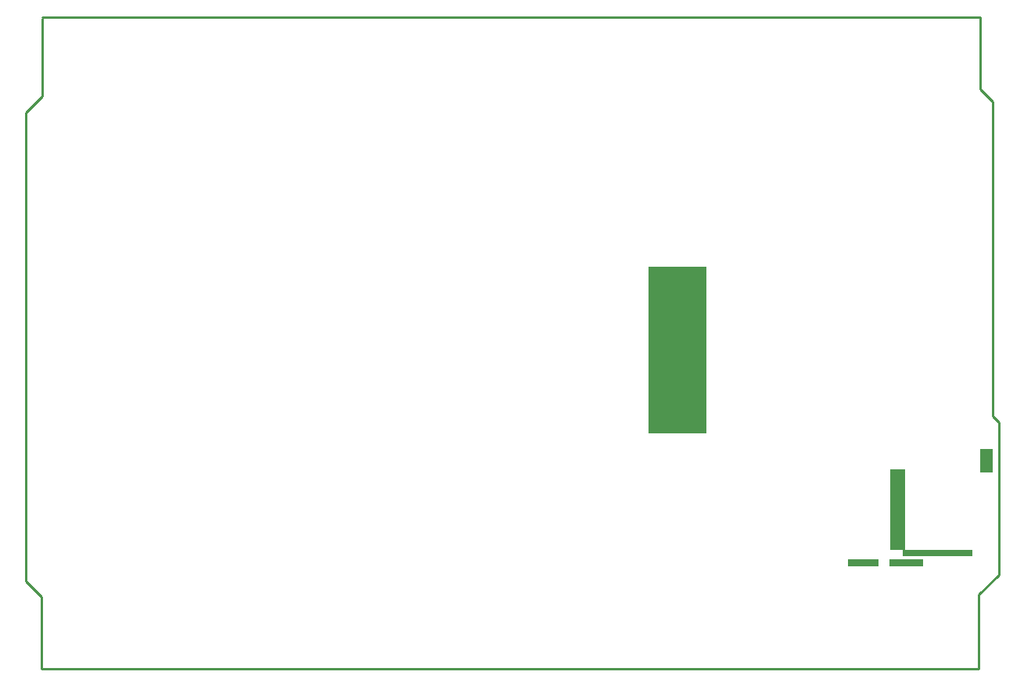
<source format=gko>
G04*
G04 #@! TF.GenerationSoftware,Altium Limited,Altium Designer,20.2.6 (244)*
G04*
G04 Layer_Color=16711935*
%FSLAX24Y24*%
%MOIN*%
G70*
G04*
G04 #@! TF.SameCoordinates,3AFE1146-FA95-4E81-A996-3AB7B898703E*
G04*
G04*
G04 #@! TF.FilePolarity,Positive*
G04*
G01*
G75*
%ADD19C,0.0100*%
G36*
X36176Y4588D02*
Y4287D01*
X34893D01*
Y4588D01*
X36176D01*
D02*
G37*
G36*
X28855Y9967D02*
X26375D01*
Y17054D01*
X28855D01*
Y9967D01*
D02*
G37*
G36*
X41038Y8289D02*
X40504D01*
Y9293D01*
X41038D01*
Y8289D01*
D02*
G37*
G36*
X37316Y5001D02*
X40194D01*
Y4723D01*
X37196D01*
Y5000D01*
X36685D01*
Y8426D01*
X37316D01*
Y5001D01*
D02*
G37*
G36*
X38065Y4291D02*
X36645D01*
Y4588D01*
X38065D01*
Y4291D01*
D02*
G37*
D19*
X41050Y10700D02*
X41050Y24100D01*
X500Y-50D02*
Y3000D01*
X-165Y3665D02*
X500Y3000D01*
X-165Y3665D02*
X-165Y23635D01*
X550Y24350D01*
Y27650D01*
X41050Y10700D02*
X41300Y10450D01*
Y3950D02*
Y10450D01*
X40450Y3100D02*
X41300Y3950D01*
X40450Y2950D02*
Y3100D01*
Y-50D02*
Y2950D01*
X40500Y24650D02*
X41050Y24100D01*
X40500Y24650D02*
Y27700D01*
X500Y-50D02*
X40450Y-50D01*
X550Y27700D02*
X40500Y27700D01*
M02*

</source>
